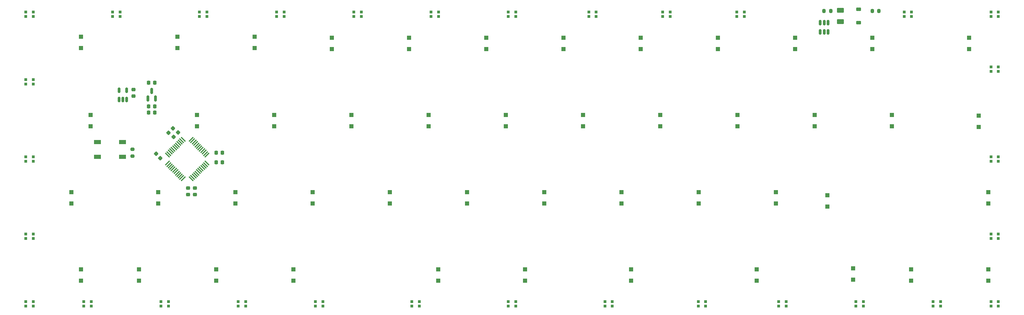
<source format=gbr>
%TF.GenerationSoftware,KiCad,Pcbnew,(7.0.0)*%
%TF.CreationDate,2023-09-29T19:42:02+02:00*%
%TF.ProjectId,mekanical,6d656b61-6e69-4636-916c-2e6b69636164,rev?*%
%TF.SameCoordinates,Original*%
%TF.FileFunction,Paste,Bot*%
%TF.FilePolarity,Positive*%
%FSLAX46Y46*%
G04 Gerber Fmt 4.6, Leading zero omitted, Abs format (unit mm)*
G04 Created by KiCad (PCBNEW (7.0.0)) date 2023-09-29 19:42:02*
%MOMM*%
%LPD*%
G01*
G04 APERTURE LIST*
G04 Aperture macros list*
%AMRoundRect*
0 Rectangle with rounded corners*
0 $1 Rounding radius*
0 $2 $3 $4 $5 $6 $7 $8 $9 X,Y pos of 4 corners*
0 Add a 4 corners polygon primitive as box body*
4,1,4,$2,$3,$4,$5,$6,$7,$8,$9,$2,$3,0*
0 Add four circle primitives for the rounded corners*
1,1,$1+$1,$2,$3*
1,1,$1+$1,$4,$5*
1,1,$1+$1,$6,$7*
1,1,$1+$1,$8,$9*
0 Add four rect primitives between the rounded corners*
20,1,$1+$1,$2,$3,$4,$5,0*
20,1,$1+$1,$4,$5,$6,$7,0*
20,1,$1+$1,$6,$7,$8,$9,0*
20,1,$1+$1,$8,$9,$2,$3,0*%
G04 Aperture macros list end*
%ADD10RoundRect,0.105000X-0.245000X-0.245000X0.245000X-0.245000X0.245000X0.245000X-0.245000X0.245000X0*%
%ADD11RoundRect,0.250000X0.300000X-0.300000X0.300000X0.300000X-0.300000X0.300000X-0.300000X-0.300000X0*%
%ADD12RoundRect,0.105000X0.245000X0.245000X-0.245000X0.245000X-0.245000X-0.245000X0.245000X-0.245000X0*%
%ADD13RoundRect,0.200000X-0.200000X-0.275000X0.200000X-0.275000X0.200000X0.275000X-0.200000X0.275000X0*%
%ADD14RoundRect,0.200000X0.200000X0.275000X-0.200000X0.275000X-0.200000X-0.275000X0.200000X-0.275000X0*%
%ADD15RoundRect,0.150000X0.150000X-0.512500X0.150000X0.512500X-0.150000X0.512500X-0.150000X-0.512500X0*%
%ADD16R,1.800000X1.100000*%
%ADD17RoundRect,0.225000X-0.250000X0.225000X-0.250000X-0.225000X0.250000X-0.225000X0.250000X0.225000X0*%
%ADD18RoundRect,0.225000X0.335876X0.017678X0.017678X0.335876X-0.335876X-0.017678X-0.017678X-0.335876X0*%
%ADD19RoundRect,0.225000X0.375000X-0.225000X0.375000X0.225000X-0.375000X0.225000X-0.375000X-0.225000X0*%
%ADD20RoundRect,0.225000X-0.225000X-0.250000X0.225000X-0.250000X0.225000X0.250000X-0.225000X0.250000X0*%
%ADD21RoundRect,0.075000X0.521491X-0.415425X-0.415425X0.521491X-0.521491X0.415425X0.415425X-0.521491X0*%
%ADD22RoundRect,0.075000X0.521491X0.415425X0.415425X0.521491X-0.521491X-0.415425X-0.415425X-0.521491X0*%
%ADD23RoundRect,0.150000X0.150000X-0.587500X0.150000X0.587500X-0.150000X0.587500X-0.150000X-0.587500X0*%
%ADD24RoundRect,0.225000X0.225000X0.250000X-0.225000X0.250000X-0.225000X-0.250000X0.225000X-0.250000X0*%
%ADD25RoundRect,0.200000X0.275000X-0.200000X0.275000X0.200000X-0.275000X0.200000X-0.275000X-0.200000X0*%
%ADD26RoundRect,0.225000X0.017678X-0.335876X0.335876X-0.017678X-0.017678X0.335876X-0.335876X0.017678X0*%
%ADD27RoundRect,0.225000X0.250000X-0.225000X0.250000X0.225000X-0.250000X0.225000X-0.250000X-0.225000X0*%
%ADD28RoundRect,0.250000X-0.625000X0.375000X-0.625000X-0.375000X0.625000X-0.375000X0.625000X0.375000X0*%
G04 APERTURE END LIST*
D10*
%TO.C,LED2*%
X30041250Y-70400000D03*
X30041250Y-69300000D03*
X31871250Y-69300000D03*
X31871250Y-70400000D03*
%TD*%
D11*
%TO.C,D29*%
X119856250Y-80775000D03*
X119856250Y-77975000D03*
%TD*%
%TO.C,D36*%
X267493750Y-80775000D03*
X267493750Y-77975000D03*
%TD*%
%TO.C,D13*%
X46037500Y-61725000D03*
X46037500Y-58925000D03*
%TD*%
D10*
%TO.C,LED23*%
X149103750Y-34681250D03*
X149103750Y-33581250D03*
X150933750Y-33581250D03*
X150933750Y-34681250D03*
%TD*%
D11*
%TO.C,D40*%
X131762500Y-99825000D03*
X131762500Y-97025000D03*
%TD*%
D12*
%TO.C,LED11*%
X197765000Y-105018750D03*
X197765000Y-106118750D03*
X195935000Y-106118750D03*
X195935000Y-105018750D03*
%TD*%
D11*
%TO.C,D20*%
X186531250Y-61725000D03*
X186531250Y-58925000D03*
%TD*%
%TO.C,D26*%
X62706250Y-80775000D03*
X62706250Y-77975000D03*
%TD*%
D13*
%TO.C,R1*%
X238887500Y-33337500D03*
X240537500Y-33337500D03*
%TD*%
D11*
%TO.C,D22*%
X224631250Y-61725000D03*
X224631250Y-58925000D03*
%TD*%
D12*
%TO.C,LED5*%
X46158750Y-105018750D03*
X46158750Y-106118750D03*
X44328750Y-106118750D03*
X44328750Y-105018750D03*
%TD*%
D10*
%TO.C,LED25*%
X91953750Y-34681250D03*
X91953750Y-33581250D03*
X93783750Y-33581250D03*
X93783750Y-34681250D03*
%TD*%
D12*
%TO.C,LED10*%
X174746250Y-105018750D03*
X174746250Y-106118750D03*
X172916250Y-106118750D03*
X172916250Y-105018750D03*
%TD*%
D11*
%TO.C,D32*%
X177006250Y-80775000D03*
X177006250Y-77975000D03*
%TD*%
D14*
%TO.C,R2*%
X228631250Y-33337500D03*
X226981250Y-33337500D03*
%TD*%
D10*
%TO.C,LED30*%
X130053750Y-34681250D03*
X130053750Y-33581250D03*
X131883750Y-33581250D03*
X131883750Y-34681250D03*
%TD*%
%TO.C,LED21*%
X187203750Y-34681250D03*
X187203750Y-33581250D03*
X189033750Y-33581250D03*
X189033750Y-34681250D03*
%TD*%
D12*
%TO.C,LED14*%
X269996250Y-105018750D03*
X269996250Y-106118750D03*
X268166250Y-106118750D03*
X268166250Y-105018750D03*
%TD*%
D11*
%TO.C,D15*%
X91281250Y-61725000D03*
X91281250Y-58925000D03*
%TD*%
%TO.C,D41*%
X96043750Y-99825000D03*
X96043750Y-97025000D03*
%TD*%
D12*
%TO.C,LED7*%
X84258750Y-105018750D03*
X84258750Y-106118750D03*
X82428750Y-106118750D03*
X82428750Y-105018750D03*
%TD*%
%TO.C,LED12*%
X217608750Y-105018750D03*
X217608750Y-106118750D03*
X215778750Y-106118750D03*
X215778750Y-105018750D03*
%TD*%
D10*
%TO.C,LED20*%
X205460000Y-34681250D03*
X205460000Y-33581250D03*
X207290000Y-33581250D03*
X207290000Y-34681250D03*
%TD*%
D11*
%TO.C,D31*%
X157956250Y-80775000D03*
X157956250Y-77975000D03*
%TD*%
%TO.C,D21*%
X205581250Y-61725000D03*
X205581250Y-58925000D03*
%TD*%
%TO.C,D4*%
X105568750Y-42675000D03*
X105568750Y-39875000D03*
%TD*%
%TO.C,D9*%
X200818750Y-42675000D03*
X200818750Y-39875000D03*
%TD*%
D12*
%TO.C,LED6*%
X65208750Y-105018750D03*
X65208750Y-106118750D03*
X63378750Y-106118750D03*
X63378750Y-105018750D03*
%TD*%
D11*
%TO.C,D34*%
X215106250Y-80775000D03*
X215106250Y-77975000D03*
%TD*%
%TO.C,D24*%
X265112500Y-61912500D03*
X265112500Y-59112500D03*
%TD*%
%TO.C,D27*%
X81756250Y-80775000D03*
X81756250Y-77975000D03*
%TD*%
D12*
%TO.C,LED16*%
X269996250Y-69300000D03*
X269996250Y-70400000D03*
X268166250Y-70400000D03*
X268166250Y-69300000D03*
%TD*%
D11*
%TO.C,D16*%
X110331250Y-61725000D03*
X110331250Y-58925000D03*
%TD*%
D10*
%TO.C,LED26*%
X72903750Y-34681250D03*
X72903750Y-33581250D03*
X74733750Y-33581250D03*
X74733750Y-34681250D03*
%TD*%
D11*
%TO.C,D3*%
X86518750Y-42487500D03*
X86518750Y-39687500D03*
%TD*%
D15*
%TO.C,U4*%
X54925000Y-55112500D03*
X53975000Y-55112500D03*
X53025000Y-55112500D03*
X53025000Y-52837500D03*
X54925000Y-52837500D03*
%TD*%
D11*
%TO.C,D42*%
X153193750Y-99825000D03*
X153193750Y-97025000D03*
%TD*%
%TO.C,D28*%
X100806250Y-80775000D03*
X100806250Y-77975000D03*
%TD*%
D16*
%TO.C,SW2*%
X53899999Y-65618749D03*
X47699999Y-65618749D03*
X53899999Y-69318749D03*
X47699999Y-69318749D03*
%TD*%
D11*
%TO.C,D10*%
X219868750Y-42675000D03*
X219868750Y-39875000D03*
%TD*%
D10*
%TO.C,LED31*%
X51472500Y-34681250D03*
X51472500Y-33581250D03*
X53302500Y-33581250D03*
X53302500Y-34681250D03*
%TD*%
D12*
%TO.C,LED8*%
X103308750Y-105018750D03*
X103308750Y-106118750D03*
X101478750Y-106118750D03*
X101478750Y-105018750D03*
%TD*%
D17*
%TO.C,C8*%
X70105094Y-77012500D03*
X70105094Y-78562500D03*
%TD*%
D18*
%TO.C,C5*%
X63254258Y-69604258D03*
X62158242Y-68508242D03*
%TD*%
D19*
%TO.C,D_PWR1*%
X235493750Y-36172840D03*
X235493750Y-32872840D03*
%TD*%
D11*
%TO.C,D38*%
X57943750Y-99825000D03*
X57943750Y-97025000D03*
%TD*%
D10*
%TO.C,LED1*%
X30041250Y-51350000D03*
X30041250Y-50250000D03*
X31871250Y-50250000D03*
X31871250Y-51350000D03*
%TD*%
D11*
%TO.C,D43*%
X210343750Y-99825000D03*
X210343750Y-97025000D03*
%TD*%
%TO.C,D2*%
X67468750Y-42487500D03*
X67468750Y-39687500D03*
%TD*%
D20*
%TO.C,C9*%
X77012500Y-70643750D03*
X78562500Y-70643750D03*
%TD*%
D11*
%TO.C,D23*%
X243681250Y-61725000D03*
X243681250Y-58925000D03*
%TD*%
%TO.C,D1*%
X43656250Y-42487500D03*
X43656250Y-39687500D03*
%TD*%
%TO.C,D39*%
X76993750Y-99825000D03*
X76993750Y-97025000D03*
%TD*%
%TO.C,D30*%
X138906250Y-80775000D03*
X138906250Y-77975000D03*
%TD*%
D10*
%TO.C,LED19*%
X246735000Y-34681250D03*
X246735000Y-33581250D03*
X248565000Y-33581250D03*
X248565000Y-34681250D03*
%TD*%
D12*
%TO.C,LED15*%
X269996250Y-88350000D03*
X269996250Y-89450000D03*
X268166250Y-89450000D03*
X268166250Y-88350000D03*
%TD*%
D21*
%TO.C,U3*%
X74737876Y-70848788D03*
X74384322Y-71202342D03*
X74030769Y-71555895D03*
X73677215Y-71909449D03*
X73323662Y-72263002D03*
X72970109Y-72616555D03*
X72616555Y-72970109D03*
X72263002Y-73323662D03*
X71909449Y-73677215D03*
X71555895Y-74030769D03*
X71202342Y-74384322D03*
X70848788Y-74737876D03*
D22*
X68851212Y-74737876D03*
X68497658Y-74384322D03*
X68144105Y-74030769D03*
X67790551Y-73677215D03*
X67436998Y-73323662D03*
X67083445Y-72970109D03*
X66729891Y-72616555D03*
X66376338Y-72263002D03*
X66022785Y-71909449D03*
X65669231Y-71555895D03*
X65315678Y-71202342D03*
X64962124Y-70848788D03*
D21*
X64962124Y-68851212D03*
X65315678Y-68497658D03*
X65669231Y-68144105D03*
X66022785Y-67790551D03*
X66376338Y-67436998D03*
X66729891Y-67083445D03*
X67083445Y-66729891D03*
X67436998Y-66376338D03*
X67790551Y-66022785D03*
X68144105Y-65669231D03*
X68497658Y-65315678D03*
X68851212Y-64962124D03*
D22*
X70848788Y-64962124D03*
X71202342Y-65315678D03*
X71555895Y-65669231D03*
X71909449Y-66022785D03*
X72263002Y-66376338D03*
X72616555Y-66729891D03*
X72970109Y-67083445D03*
X73323662Y-67436998D03*
X73677215Y-67790551D03*
X74030769Y-68144105D03*
X74384322Y-68497658D03*
X74737876Y-68851212D03*
%TD*%
D12*
%TO.C,LED17*%
X269996250Y-47075000D03*
X269996250Y-48175000D03*
X268166250Y-48175000D03*
X268166250Y-47075000D03*
%TD*%
D11*
%TO.C,D8*%
X181768750Y-42675000D03*
X181768750Y-39875000D03*
%TD*%
D12*
%TO.C,LED9*%
X127121250Y-105018750D03*
X127121250Y-106118750D03*
X125291250Y-106118750D03*
X125291250Y-105018750D03*
%TD*%
D23*
%TO.C,U2*%
X62068750Y-54912500D03*
X60168750Y-54912500D03*
X61118750Y-53037500D03*
%TD*%
D11*
%TO.C,D11*%
X238918750Y-42675000D03*
X238918750Y-39875000D03*
%TD*%
%TO.C,D25*%
X41275000Y-80775000D03*
X41275000Y-77975000D03*
%TD*%
D10*
%TO.C,LED18*%
X268166250Y-34681250D03*
X268166250Y-33581250D03*
X269996250Y-33581250D03*
X269996250Y-34681250D03*
%TD*%
%TO.C,LED27*%
X30041250Y-34681250D03*
X30041250Y-33581250D03*
X31871250Y-33581250D03*
X31871250Y-34681250D03*
%TD*%
D11*
%TO.C,D35*%
X227806250Y-81568750D03*
X227806250Y-78768750D03*
%TD*%
%TO.C,D12*%
X262731250Y-42675000D03*
X262731250Y-39875000D03*
%TD*%
%TO.C,D6*%
X143668750Y-42675000D03*
X143668750Y-39875000D03*
%TD*%
D15*
%TO.C,U1*%
X227962500Y-38443750D03*
X227012500Y-38443750D03*
X226062500Y-38443750D03*
X226062500Y-36168750D03*
X227012500Y-36168750D03*
X227962500Y-36168750D03*
%TD*%
D11*
%TO.C,D17*%
X129381250Y-61725000D03*
X129381250Y-58925000D03*
%TD*%
D12*
%TO.C,LED29*%
X236658750Y-105018750D03*
X236658750Y-106118750D03*
X234828750Y-106118750D03*
X234828750Y-105018750D03*
%TD*%
D11*
%TO.C,D7*%
X162718750Y-42675000D03*
X162718750Y-39875000D03*
%TD*%
D10*
%TO.C,LED24*%
X111003750Y-34681250D03*
X111003750Y-33581250D03*
X112833750Y-33581250D03*
X112833750Y-34681250D03*
%TD*%
D24*
%TO.C,C2*%
X61894558Y-56804873D03*
X60344558Y-56804873D03*
%TD*%
D12*
%TO.C,LED4*%
X31871250Y-105018750D03*
X31871250Y-106118750D03*
X30041250Y-106118750D03*
X30041250Y-105018750D03*
%TD*%
%TO.C,LED28*%
X150933750Y-105018750D03*
X150933750Y-106118750D03*
X149103750Y-106118750D03*
X149103750Y-105018750D03*
%TD*%
D11*
%TO.C,D5*%
X124618750Y-42675000D03*
X124618750Y-39875000D03*
%TD*%
%TO.C,D18*%
X148431250Y-61725000D03*
X148431250Y-58925000D03*
%TD*%
D25*
%TO.C,R6*%
X56356250Y-69087500D03*
X56356250Y-67437500D03*
%TD*%
D11*
%TO.C,D44*%
X234156250Y-99637500D03*
X234156250Y-96837500D03*
%TD*%
D26*
%TO.C,C6*%
X66494471Y-64398395D03*
X67590487Y-63302379D03*
%TD*%
D12*
%TO.C,LED13*%
X255708750Y-105018750D03*
X255708750Y-106118750D03*
X253878750Y-106118750D03*
X253878750Y-105018750D03*
%TD*%
D11*
%TO.C,D14*%
X72231250Y-61725000D03*
X72231250Y-58925000D03*
%TD*%
D27*
%TO.C,C12*%
X56588330Y-54274562D03*
X56588330Y-52724562D03*
%TD*%
D28*
%TO.C,F1*%
X230981250Y-33122840D03*
X230981250Y-35922840D03*
%TD*%
D11*
%TO.C,D46*%
X267493750Y-99825000D03*
X267493750Y-97025000D03*
%TD*%
D20*
%TO.C,C3*%
X60343749Y-58387112D03*
X61893749Y-58387112D03*
%TD*%
D10*
%TO.C,LED22*%
X168947500Y-34681250D03*
X168947500Y-33581250D03*
X170777500Y-33581250D03*
X170777500Y-34681250D03*
%TD*%
%TO.C,LED3*%
X30041250Y-89450000D03*
X30041250Y-88350000D03*
X31871250Y-88350000D03*
X31871250Y-89450000D03*
%TD*%
D17*
%TO.C,C13*%
X71737281Y-77025116D03*
X71737281Y-78575116D03*
%TD*%
D11*
%TO.C,D45*%
X248443750Y-99825000D03*
X248443750Y-97025000D03*
%TD*%
%TO.C,D33*%
X196056250Y-80775000D03*
X196056250Y-77975000D03*
%TD*%
%TO.C,D47*%
X179387500Y-99825000D03*
X179387500Y-97025000D03*
%TD*%
%TO.C,D19*%
X167481250Y-61725000D03*
X167481250Y-58925000D03*
%TD*%
%TO.C,D37*%
X43656250Y-99825000D03*
X43656250Y-97025000D03*
%TD*%
D20*
%TO.C,C1*%
X60343750Y-51012500D03*
X61893750Y-51012500D03*
%TD*%
%TO.C,C7*%
X77012500Y-68281250D03*
X78562500Y-68281250D03*
%TD*%
D26*
%TO.C,C4*%
X65211544Y-63395111D03*
X66307560Y-62299095D03*
%TD*%
M02*

</source>
